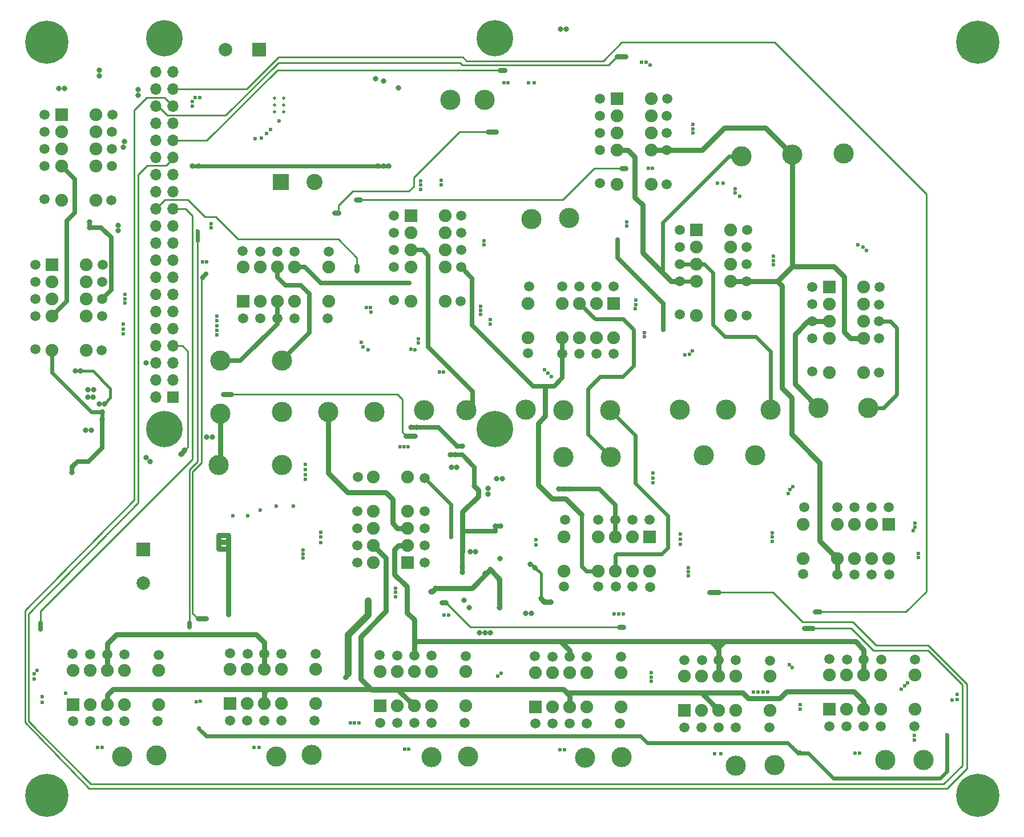
<source format=gbr>
%TF.GenerationSoftware,KiCad,Pcbnew,5.1.6-c6e7f7d~86~ubuntu18.04.1*%
%TF.CreationDate,2020-05-20T11:00:07-07:00*%
%TF.ProjectId,Cal_Station,43616c5f-5374-4617-9469-6f6e2e6b6963,rev?*%
%TF.SameCoordinates,Original*%
%TF.FileFunction,Copper,L2,Inr*%
%TF.FilePolarity,Positive*%
%FSLAX46Y46*%
G04 Gerber Fmt 4.6, Leading zero omitted, Abs format (unit mm)*
G04 Created by KiCad (PCBNEW 5.1.6-c6e7f7d~86~ubuntu18.04.1) date 2020-05-20 11:00:07*
%MOMM*%
%LPD*%
G01*
G04 APERTURE LIST*
%TA.AperFunction,ViaPad*%
%ADD10C,3.000000*%
%TD*%
%TA.AperFunction,ViaPad*%
%ADD11C,1.500000*%
%TD*%
%TA.AperFunction,ViaPad*%
%ADD12C,1.900000*%
%TD*%
%TA.AperFunction,ViaPad*%
%ADD13R,1.900000X1.900000*%
%TD*%
%TA.AperFunction,ViaPad*%
%ADD14C,0.800000*%
%TD*%
%TA.AperFunction,ViaPad*%
%ADD15C,6.400000*%
%TD*%
%TA.AperFunction,ViaPad*%
%ADD16C,5.400000*%
%TD*%
%TA.AperFunction,ViaPad*%
%ADD17C,0.500000*%
%TD*%
%TA.AperFunction,ViaPad*%
%ADD18O,1.700000X1.700000*%
%TD*%
%TA.AperFunction,ViaPad*%
%ADD19R,1.700000X1.700000*%
%TD*%
%TA.AperFunction,ViaPad*%
%ADD20C,2.000000*%
%TD*%
%TA.AperFunction,ViaPad*%
%ADD21R,2.000000X2.000000*%
%TD*%
%TA.AperFunction,ViaPad*%
%ADD22C,2.400000*%
%TD*%
%TA.AperFunction,ViaPad*%
%ADD23R,2.400000X2.400000*%
%TD*%
%TA.AperFunction,ViaPad*%
%ADD24C,0.600000*%
%TD*%
%TA.AperFunction,Conductor*%
%ADD25C,0.600000*%
%TD*%
%TA.AperFunction,Conductor*%
%ADD26C,0.650000*%
%TD*%
%TA.AperFunction,Conductor*%
%ADD27C,0.750000*%
%TD*%
%TA.AperFunction,Conductor*%
%ADD28C,1.000000*%
%TD*%
%TA.AperFunction,Conductor*%
%ADD29C,0.250000*%
%TD*%
%TA.AperFunction,Conductor*%
%ADD30C,0.450000*%
%TD*%
%TA.AperFunction,Conductor*%
%ADD31C,0.350000*%
%TD*%
G04 APERTURE END LIST*
D10*
%TO.N,+6V*%
%TO.C,TP18*%
X109610000Y-41240000D03*
%TD*%
%TO.N,PI_GND*%
%TO.C,TP17*%
X104560000Y-41240000D03*
%TD*%
D11*
%TO.N,Vref_OUT*%
%TO.C,K17*%
X42980000Y-70820000D03*
%TO.N,PI_GND*%
X52930000Y-70815000D03*
D12*
X50580000Y-70820000D03*
%TO.N,Vref_OUT*%
X45500000Y-70820000D03*
%TO.N,Net-(K17-Pad8)*%
X50580000Y-68280000D03*
%TO.N,K17_SET*%
X50580000Y-65740000D03*
%TO.N,/34401_A/GNDA*%
X50580000Y-73360000D03*
%TO.N,CAL_RESET*%
X45500000Y-78440000D03*
D13*
%TO.N,PI_+5V*%
X45500000Y-65740000D03*
D12*
X50580000Y-78440000D03*
%TO.N,Net-(K17-Pad3)*%
X45500000Y-68280000D03*
%TO.N,DAC_AUX_BUF*%
X45500000Y-73360000D03*
D11*
%TO.N,PI_+5V*%
X52880000Y-78440000D03*
%TO.N,/34401_A/GNDA*%
X52930000Y-73365000D03*
%TO.N,Net-(K17-Pad8)*%
X52930000Y-68315000D03*
%TO.N,K17_SET*%
X52980000Y-65715000D03*
%TO.N,PI_+5V*%
X42980000Y-65740000D03*
%TO.N,Net-(K17-Pad3)*%
X42980000Y-68280000D03*
%TO.N,DAC_AUX_BUF*%
X42980000Y-73360000D03*
%TO.N,CAL_RESET*%
X42980000Y-78290000D03*
%TD*%
%TO.N,Net-(K16-Pad4)*%
%TO.C,K16*%
X44410000Y-48550000D03*
X54360000Y-48545000D03*
D12*
X52010000Y-48550000D03*
X46930000Y-48550000D03*
%TO.N,Net-(K16-Pad8)*%
X52010000Y-46010000D03*
%TO.N,K16_SET*%
X52010000Y-43470000D03*
%TO.N,/34401_A/GNDA*%
X52010000Y-51090000D03*
%TO.N,CAL_RESET*%
X46930000Y-56170000D03*
D13*
%TO.N,PI_+5V*%
X46930000Y-43470000D03*
D12*
X52010000Y-56170000D03*
%TO.N,Net-(K16-Pad3)*%
X46930000Y-46010000D03*
%TO.N,DAC_AUX_BUF*%
X46930000Y-51090000D03*
D11*
%TO.N,PI_+5V*%
X54310000Y-56170000D03*
%TO.N,/34401_A/GNDA*%
X54360000Y-51095000D03*
%TO.N,Net-(K16-Pad8)*%
X54360000Y-46045000D03*
%TO.N,K16_SET*%
X54410000Y-43445000D03*
%TO.N,PI_+5V*%
X44410000Y-43470000D03*
%TO.N,Net-(K16-Pad3)*%
X44410000Y-46010000D03*
%TO.N,DAC_AUX_BUF*%
X44410000Y-51090000D03*
%TO.N,CAL_RESET*%
X44410000Y-56020000D03*
%TD*%
D14*
%TO.N,N/C*%
%TO.C,H8*%
X46377056Y-30992944D03*
X44680000Y-30290000D03*
X42982944Y-30992944D03*
X42280000Y-32690000D03*
X42982944Y-34387056D03*
X44680000Y-35090000D03*
X46377056Y-34387056D03*
X47080000Y-32690000D03*
D15*
X44680000Y-32690000D03*
%TD*%
D14*
%TO.N,N/C*%
%TO.C,H7*%
X184527056Y-30992944D03*
X182830000Y-30290000D03*
X181132944Y-30992944D03*
X180430000Y-32690000D03*
X181132944Y-34387056D03*
X182830000Y-35090000D03*
X184527056Y-34387056D03*
X185230000Y-32690000D03*
D15*
X182830000Y-32690000D03*
%TD*%
D14*
%TO.N,N/C*%
%TO.C,H6*%
X46377056Y-142782944D03*
X44680000Y-142080000D03*
X42982944Y-142782944D03*
X42280000Y-144480000D03*
X42982944Y-146177056D03*
X44680000Y-146880000D03*
X46377056Y-146177056D03*
X47080000Y-144480000D03*
D15*
X44680000Y-144480000D03*
%TD*%
D14*
%TO.N,N/C*%
%TO.C,H5*%
X184527056Y-142802944D03*
X182830000Y-142100000D03*
X181132944Y-142802944D03*
X180430000Y-144500000D03*
X181132944Y-146197056D03*
X182830000Y-146900000D03*
X184527056Y-146197056D03*
X185230000Y-144500000D03*
D15*
X182830000Y-144500000D03*
%TD*%
D14*
%TO.N,N/C*%
%TO.C,H4*%
X112601891Y-30688109D03*
X111170000Y-30095000D03*
X109738109Y-30688109D03*
X109145000Y-32120000D03*
X109738109Y-33551891D03*
X111170000Y-34145000D03*
X112601891Y-33551891D03*
X113195000Y-32120000D03*
D16*
X111170000Y-32120000D03*
%TD*%
D14*
%TO.N,N/C*%
%TO.C,H3*%
X63601891Y-88688109D03*
X62170000Y-88095000D03*
X60738109Y-88688109D03*
X60145000Y-90120000D03*
X60738109Y-91551891D03*
X62170000Y-92145000D03*
X63601891Y-91551891D03*
X64195000Y-90120000D03*
D16*
X62170000Y-90120000D03*
%TD*%
D14*
%TO.N,N/C*%
%TO.C,H2*%
X112601891Y-88688109D03*
X111170000Y-88095000D03*
X109738109Y-88688109D03*
X109145000Y-90120000D03*
X109738109Y-91551891D03*
X111170000Y-92145000D03*
X112601891Y-91551891D03*
X113195000Y-90120000D03*
D16*
X111170000Y-90120000D03*
%TD*%
D14*
%TO.N,N/C*%
%TO.C,H1*%
X63601891Y-30688109D03*
X62170000Y-30095000D03*
X60738109Y-30688109D03*
X60145000Y-32120000D03*
X60738109Y-33551891D03*
X62170000Y-34145000D03*
X63601891Y-33551891D03*
X64195000Y-32120000D03*
D16*
X62170000Y-32120000D03*
%TD*%
D11*
%TO.N,/34401_B/REF100+*%
%TO.C,K14*%
X164544000Y-101742000D03*
%TO.N,/34401_B/REF100_RTN*%
X164549000Y-111692000D03*
D12*
X164544000Y-109342000D03*
%TO.N,/34401_B/REF100+*%
X164544000Y-104262000D03*
%TO.N,Net-(K14-Pad8)*%
X167084000Y-109342000D03*
%TO.N,K14_SET*%
X169624000Y-109342000D03*
%TO.N,/34401_B/34401B_RTN*%
X162004000Y-109342000D03*
%TO.N,K14_RESET*%
X156924000Y-104262000D03*
D13*
%TO.N,+5V*%
X169624000Y-104262000D03*
D12*
X156924000Y-109342000D03*
%TO.N,Net-(K14-Pad3)*%
X167084000Y-104262000D03*
%TO.N,/34401_B/34401B_I+*%
X162004000Y-104262000D03*
D11*
%TO.N,+5V*%
X156924000Y-111642000D03*
%TO.N,/34401_B/34401B_RTN*%
X161999000Y-111692000D03*
%TO.N,Net-(K14-Pad8)*%
X167049000Y-111692000D03*
%TO.N,K14_SET*%
X169649000Y-111742000D03*
%TO.N,+5V*%
X169624000Y-101742000D03*
%TO.N,Net-(K14-Pad3)*%
X167084000Y-101742000D03*
%TO.N,/34401_B/34401B_I+*%
X162004000Y-101742000D03*
%TO.N,K14_RESET*%
X157074000Y-101742000D03*
%TD*%
D10*
%TO.N,/34401_B/REF100+*%
%TO.C,J28*%
X142130000Y-94000000D03*
%TD*%
%TO.N,/34401_B/REF100_RTN*%
%TO.C,J27*%
X149790000Y-94000000D03*
%TD*%
%TO.N,/34401_B/34401B_I+*%
%TO.C,J26*%
X162930000Y-49260000D03*
%TD*%
%TO.N,/34401_B/34401B_RTN*%
%TO.C,J25*%
X155320000Y-49400000D03*
%TD*%
%TO.N,/34401_B/34401B_V+*%
%TO.C,J24*%
X147750000Y-49660000D03*
%TD*%
%TO.N,/34401_B/I_LOAD*%
%TO.C,J23*%
X159204000Y-86946000D03*
%TD*%
%TO.N,/34401_B/VLoad_div8*%
%TO.C,J22*%
X152092000Y-87200000D03*
%TD*%
%TO.N,/34401_B/GND*%
%TO.C,J20*%
X145488000Y-87200000D03*
%TD*%
%TO.N,/34401_A/34401A_RTN*%
%TO.C,J19*%
X116620000Y-58990000D03*
%TD*%
%TO.N,/34401_A/34401A_V+*%
%TO.C,J18*%
X122190000Y-58810000D03*
%TD*%
%TO.N,/34401_B/CoolerV*%
%TO.C,J17*%
X138630000Y-87200000D03*
%TD*%
%TO.N,/34401_A/LOAD_RTN*%
%TO.C,J16*%
X79580000Y-80000000D03*
%TD*%
%TO.N,/34401_A/LOAD+*%
%TO.C,J15*%
X70430000Y-80000000D03*
%TD*%
%TO.N,DAC_AUX_BUF*%
%TO.C,J14*%
X128320000Y-94300000D03*
%TD*%
%TO.N,/34401_A/GNDA*%
%TO.C,J13*%
X128290000Y-87300000D03*
%TD*%
%TO.N,DAC_AUX*%
%TO.C,J12*%
X121320000Y-94300000D03*
%TD*%
%TO.N,/34401_A/GNDA*%
%TO.C,J11*%
X121360000Y-87300000D03*
%TD*%
%TO.N,/34401_B/LOAD_RTN*%
%TO.C,J10*%
X166570000Y-86946000D03*
%TD*%
%TO.N,/34401_A/2V5_filt*%
%TO.C,J9*%
X115720000Y-87280000D03*
%TD*%
%TO.N,/34401_A/COOLERV_div4*%
%TO.C,J8*%
X106950000Y-87300000D03*
%TD*%
%TO.N,Net-(J7-Pad1)*%
%TO.C,J7*%
X100660000Y-87300000D03*
%TD*%
%TO.N,/PWR_IN*%
%TO.C,J6*%
X86436000Y-87562000D03*
%TD*%
%TO.N,Net-(J5-Pad1)*%
%TO.C,J5*%
X93294000Y-87562000D03*
%TD*%
%TO.N,Net-(J3-Pad1)*%
%TO.C,J4*%
X79578000Y-95436000D03*
%TD*%
%TO.N,Net-(J3-Pad1)*%
%TO.C,J3*%
X79580000Y-87560000D03*
%TD*%
%TO.N,/PWR_RTN*%
%TO.C,J2*%
X70180000Y-95436000D03*
%TD*%
%TO.N,/PWR_RTN*%
%TO.C,J1*%
X70430000Y-87816000D03*
%TD*%
D17*
%TO.N,PI_GND*%
%TO.C,U2*%
X79870000Y-43010000D03*
X78470000Y-43010000D03*
X79870000Y-42010000D03*
X78470000Y-42010000D03*
X79870000Y-41010000D03*
X78470000Y-41010000D03*
%TD*%
%TO.N,PI_GND*%
%TO.C,U1*%
X70206000Y-105862000D03*
X71606000Y-105862000D03*
X70206000Y-106862000D03*
X71606000Y-106862000D03*
X70206000Y-107862000D03*
X71606000Y-107862000D03*
%TD*%
D10*
%TO.N,Net-(K3-Pad5)*%
%TO.C,TP14*%
X124580000Y-138900000D03*
%TD*%
%TO.N,Net-(K3-Pad10)*%
%TO.C,TP13*%
X129980000Y-138840000D03*
%TD*%
%TO.N,Net-(K2-Pad5)*%
%TO.C,TP12*%
X146920000Y-140060000D03*
%TD*%
%TO.N,Net-(K2-Pad10)*%
%TO.C,TP11*%
X152650000Y-139980000D03*
%TD*%
%TO.N,Net-(K7-Pad5)*%
%TO.C,TP10*%
X169050000Y-139230000D03*
%TD*%
%TO.N,Net-(K7-Pad10)*%
%TO.C,TP9*%
X174750000Y-139200000D03*
%TD*%
%TO.N,Net-(K6-Pad5)*%
%TO.C,TP8*%
X55870000Y-138730000D03*
%TD*%
%TO.N,Net-(K6-Pad10)*%
%TO.C,TP7*%
X60950000Y-138540000D03*
%TD*%
%TO.N,Net-(K5-Pad5)*%
%TO.C,TP6*%
X78730000Y-138740000D03*
%TD*%
%TO.N,Net-(K5-Pad10)*%
%TO.C,TP5*%
X84010000Y-138480000D03*
%TD*%
%TO.N,Net-(K4-Pad5)*%
%TO.C,TP4*%
X101740000Y-138830000D03*
%TD*%
%TO.N,Net-(K4-Pad10)*%
%TO.C,TP3*%
X107210000Y-138750000D03*
%TD*%
D18*
%TO.N,K11_SET_SIGNL*%
%TO.C,PI1*%
X60900000Y-37130000D03*
%TO.N,PI_GND*%
X63440000Y-37130000D03*
%TO.N,K12_SET_SIGNL*%
X60900000Y-39670000D03*
%TO.N,K10_SET_SIGNL*%
X63440000Y-39670000D03*
%TO.N,K13_SET_SIGNL*%
X60900000Y-42210000D03*
%TO.N,K9_SET_SIGNL*%
X63440000Y-42210000D03*
%TO.N,PI_GND*%
X60900000Y-44750000D03*
%TO.N,K8_SET_SIGNL*%
X63440000Y-44750000D03*
%TO.N,K14_SET_SIGNL*%
X60900000Y-47290000D03*
%TO.N,RES_ARRAY_RESET_SIGNL*%
X63440000Y-47290000D03*
%TO.N,PI_GND*%
X60900000Y-49830000D03*
%TO.N,K7_SET_SIGNL*%
X63440000Y-49830000D03*
%TO.N,Net-(PI1-Pad28)*%
X60900000Y-52370000D03*
%TO.N,Net-(PI1-Pad27)*%
X63440000Y-52370000D03*
%TO.N,K15_SET_SIGNL*%
X60900000Y-54910000D03*
%TO.N,PI_GND*%
X63440000Y-54910000D03*
%TO.N,BANK_A_RESET_SIGNL*%
X60900000Y-57450000D03*
%TO.N,K6_SET_SIGNL*%
X63440000Y-57450000D03*
%TO.N,BANK_B_RESET_SIGNL*%
X60900000Y-59990000D03*
%TO.N,K5_SET_SIGNL*%
X63440000Y-59990000D03*
%TO.N,PI_GND*%
X60900000Y-62530000D03*
%TO.N,K4_SET_SIGNL*%
X63440000Y-62530000D03*
%TO.N,K16_SET_SIGNL*%
X60900000Y-65070000D03*
%TO.N,Net-(PI1-Pad17)*%
X63440000Y-65070000D03*
%TO.N,K17_SET_SIGNL*%
X60900000Y-67610000D03*
%TO.N,K3_SET_SIGNL*%
X63440000Y-67610000D03*
%TO.N,PI_GND*%
X60900000Y-70150000D03*
%TO.N,K2_SET_SIGNL*%
X63440000Y-70150000D03*
%TO.N,CAL_RESET_SIGNL*%
X60900000Y-72690000D03*
%TO.N,K1_RESET_SIGNL*%
X63440000Y-72690000D03*
%TO.N,RX*%
X60900000Y-75230000D03*
%TO.N,PI_GND*%
X63440000Y-75230000D03*
%TO.N,TX*%
X60900000Y-77770000D03*
%TO.N,K1_SET_SGNL*%
X63440000Y-77770000D03*
%TO.N,PI_GND*%
X60900000Y-80310000D03*
%TO.N,Net-(PI1-Pad5)*%
X63440000Y-80310000D03*
%TO.N,PI_+5V*%
X60900000Y-82850000D03*
%TO.N,LTC2057_SHDN*%
X63440000Y-82850000D03*
%TO.N,PI_+5V*%
X60900000Y-85390000D03*
D19*
%TO.N,Net-(PI1-Pad1)*%
X63440000Y-85390000D03*
%TD*%
D11*
%TO.N,/34401_B/VLoad_div8*%
%TO.C,K15*%
X138574000Y-65652000D03*
%TO.N,/34401_B/LOAD_RTN*%
X148524000Y-65647000D03*
D12*
X146174000Y-65652000D03*
%TO.N,/34401_B/VLoad_div8*%
X141094000Y-65652000D03*
%TO.N,Net-(K15-Pad8)*%
X146174000Y-63112000D03*
%TO.N,K15_SET*%
X146174000Y-60572000D03*
%TO.N,/34401_B/34401B_RTN*%
X146174000Y-68192000D03*
%TO.N,K15_RESET*%
X141094000Y-73272000D03*
D13*
%TO.N,+5V*%
X141094000Y-60572000D03*
D12*
X146174000Y-73272000D03*
%TO.N,Net-(K15-Pad3)*%
X141094000Y-63112000D03*
%TO.N,/34401_B/34401B_V+*%
X141094000Y-68192000D03*
D11*
%TO.N,+5V*%
X148474000Y-73272000D03*
%TO.N,/34401_B/34401B_RTN*%
X148524000Y-68197000D03*
%TO.N,Net-(K15-Pad8)*%
X148524000Y-63147000D03*
%TO.N,K15_SET*%
X148574000Y-60547000D03*
%TO.N,+5V*%
X138574000Y-60572000D03*
%TO.N,Net-(K15-Pad3)*%
X138574000Y-63112000D03*
%TO.N,/34401_B/34401B_V+*%
X138574000Y-68192000D03*
%TO.N,K15_RESET*%
X138574000Y-73122000D03*
%TD*%
%TO.N,/34401_B/CoolerV*%
%TO.C,K13*%
X126740000Y-46170000D03*
%TO.N,/34401_B/GND*%
X136690000Y-46165000D03*
D12*
X134340000Y-46170000D03*
%TO.N,/34401_B/CoolerV*%
X129260000Y-46170000D03*
%TO.N,Net-(K13-Pad8)*%
X134340000Y-43630000D03*
%TO.N,K13_SET*%
X134340000Y-41090000D03*
%TO.N,/34401_B/34401B_RTN*%
X134340000Y-48710000D03*
%TO.N,K13_RESET*%
X129260000Y-53790000D03*
D13*
%TO.N,+5V*%
X129260000Y-41090000D03*
D12*
X134340000Y-53790000D03*
%TO.N,Net-(K13-Pad3)*%
X129260000Y-43630000D03*
%TO.N,/34401_B/34401B_V+*%
X129260000Y-48710000D03*
D11*
%TO.N,+5V*%
X136640000Y-53790000D03*
%TO.N,/34401_B/34401B_RTN*%
X136690000Y-48715000D03*
%TO.N,Net-(K13-Pad8)*%
X136690000Y-43665000D03*
%TO.N,K13_SET*%
X136740000Y-41065000D03*
%TO.N,+5V*%
X126740000Y-41090000D03*
%TO.N,Net-(K13-Pad3)*%
X126740000Y-43630000D03*
%TO.N,/34401_B/34401B_V+*%
X126740000Y-48710000D03*
%TO.N,K13_RESET*%
X126740000Y-53640000D03*
%TD*%
%TO.N,/34401_B/I_LOAD*%
%TO.C,K12*%
X158240000Y-74140000D03*
%TO.N,/34401_B/LOAD_RTN*%
X168190000Y-74135000D03*
D12*
X165840000Y-74140000D03*
%TO.N,/34401_B/I_LOAD*%
X160760000Y-74140000D03*
%TO.N,Net-(K12-Pad8)*%
X165840000Y-71600000D03*
%TO.N,K12_SET*%
X165840000Y-69060000D03*
%TO.N,/34401_B/34401B_RTN*%
X165840000Y-76680000D03*
%TO.N,K12_RESET*%
X160760000Y-81760000D03*
D13*
%TO.N,+5V*%
X160760000Y-69060000D03*
D12*
X165840000Y-81760000D03*
%TO.N,Net-(K12-Pad3)*%
X160760000Y-71600000D03*
%TO.N,/34401_B/34401B_I+*%
X160760000Y-76680000D03*
D11*
%TO.N,+5V*%
X168140000Y-81760000D03*
%TO.N,/34401_B/34401B_RTN*%
X168190000Y-76685000D03*
%TO.N,Net-(K12-Pad8)*%
X168190000Y-71635000D03*
%TO.N,K12_SET*%
X168240000Y-69035000D03*
%TO.N,+5V*%
X158240000Y-69060000D03*
%TO.N,Net-(K12-Pad3)*%
X158240000Y-71600000D03*
%TO.N,/34401_B/34401B_I+*%
X158240000Y-76680000D03*
%TO.N,K12_RESET*%
X158240000Y-81610000D03*
%TD*%
%TO.N,/34401_A/COOLERV_div4*%
%TO.C,K11*%
X96192000Y-63522000D03*
%TO.N,/34401_A/GNDA*%
X106142000Y-63517000D03*
D12*
X103792000Y-63522000D03*
%TO.N,/34401_A/COOLERV_div4*%
X98712000Y-63522000D03*
%TO.N,Net-(K11-Pad8)*%
X103792000Y-60982000D03*
%TO.N,K11_SET*%
X103792000Y-58442000D03*
%TO.N,/34401_A/34401A_RTN*%
X103792000Y-66062000D03*
%TO.N,K11_RESET*%
X98712000Y-71142000D03*
D13*
%TO.N,+5V*%
X98712000Y-58442000D03*
D12*
X103792000Y-71142000D03*
%TO.N,Net-(K11-Pad3)*%
X98712000Y-60982000D03*
%TO.N,/34401_A/34401A_V+*%
X98712000Y-66062000D03*
D11*
%TO.N,+5V*%
X106092000Y-71142000D03*
%TO.N,/34401_A/34401A_RTN*%
X106142000Y-66067000D03*
%TO.N,Net-(K11-Pad8)*%
X106142000Y-61017000D03*
%TO.N,K11_SET*%
X106192000Y-58417000D03*
%TO.N,+5V*%
X96192000Y-58442000D03*
%TO.N,Net-(K11-Pad3)*%
X96192000Y-60982000D03*
%TO.N,/34401_A/34401A_V+*%
X96192000Y-66062000D03*
%TO.N,K11_RESET*%
X96192000Y-70992000D03*
%TD*%
%TO.N,DAC_AUX_BUF*%
%TO.C,K10*%
X123710000Y-68960000D03*
%TO.N,/34401_A/GNDA*%
X123715000Y-78910000D03*
D12*
X123710000Y-76560000D03*
%TO.N,DAC_AUX_BUF*%
X123710000Y-71480000D03*
%TO.N,Net-(K10-Pad8)*%
X126250000Y-76560000D03*
%TO.N,K10_SET*%
X128790000Y-76560000D03*
%TO.N,/34401_A/34401A_RTN*%
X121170000Y-76560000D03*
%TO.N,K10_RESET*%
X116090000Y-71480000D03*
D13*
%TO.N,+5V*%
X128790000Y-71480000D03*
D12*
X116090000Y-76560000D03*
%TO.N,Net-(K10-Pad3)*%
X126250000Y-71480000D03*
%TO.N,/34401_A/34401A_V+*%
X121170000Y-71480000D03*
D11*
%TO.N,+5V*%
X116090000Y-78860000D03*
%TO.N,/34401_A/34401A_RTN*%
X121165000Y-78910000D03*
%TO.N,Net-(K10-Pad8)*%
X126215000Y-78910000D03*
%TO.N,K10_SET*%
X128815000Y-78960000D03*
%TO.N,+5V*%
X128790000Y-68960000D03*
%TO.N,Net-(K10-Pad3)*%
X126250000Y-68960000D03*
%TO.N,/34401_A/34401A_V+*%
X121170000Y-68960000D03*
%TO.N,K10_RESET*%
X116240000Y-68960000D03*
%TD*%
%TO.N,/34401_A/2V5_filt*%
%TO.C,K9*%
X129078000Y-103578000D03*
%TO.N,/34401_A/GNDA*%
X129083000Y-113528000D03*
D12*
X129078000Y-111178000D03*
%TO.N,/34401_A/2V5_filt*%
X129078000Y-106098000D03*
%TO.N,Net-(K9-Pad8)*%
X131618000Y-111178000D03*
%TO.N,K9_SET*%
X134158000Y-111178000D03*
%TO.N,/34401_A/34401A_RTN*%
X126538000Y-111178000D03*
%TO.N,K9_RESET*%
X121458000Y-106098000D03*
D13*
%TO.N,+5V*%
X134158000Y-106098000D03*
D12*
X121458000Y-111178000D03*
%TO.N,Net-(K9-Pad3)*%
X131618000Y-106098000D03*
%TO.N,/34401_A/34401A_V+*%
X126538000Y-106098000D03*
D11*
%TO.N,+5V*%
X121458000Y-113478000D03*
%TO.N,/34401_A/34401A_RTN*%
X126533000Y-113528000D03*
%TO.N,Net-(K9-Pad8)*%
X131583000Y-113528000D03*
%TO.N,K9_SET*%
X134183000Y-113578000D03*
%TO.N,+5V*%
X134158000Y-103578000D03*
%TO.N,Net-(K9-Pad3)*%
X131618000Y-103578000D03*
%TO.N,/34401_A/34401A_V+*%
X126538000Y-103578000D03*
%TO.N,K9_RESET*%
X121608000Y-103578000D03*
%TD*%
%TO.N,/34401_A/LOAD+*%
%TO.C,K8*%
X78890000Y-73704360D03*
%TO.N,/34401_A/LOAD_RTN*%
X78885000Y-63754360D03*
D12*
X78890000Y-66104360D03*
%TO.N,/34401_A/LOAD+*%
X78890000Y-71184360D03*
%TO.N,Net-(K8-Pad8)*%
X76350000Y-66104360D03*
%TO.N,K8_SET*%
X73810000Y-66104360D03*
%TO.N,/34401_A/34401A_RTN*%
X81430000Y-66104360D03*
%TO.N,K8_RESET*%
X86510000Y-71184360D03*
D13*
%TO.N,+5V*%
X73810000Y-71184360D03*
D12*
X86510000Y-66104360D03*
%TO.N,Net-(K8-Pad3)*%
X76350000Y-71184360D03*
%TO.N,/34401_A/34401A_V+*%
X81430000Y-71184360D03*
D11*
%TO.N,+5V*%
X86510000Y-63804360D03*
%TO.N,/34401_A/34401A_RTN*%
X81435000Y-63754360D03*
%TO.N,Net-(K8-Pad8)*%
X76385000Y-63754360D03*
%TO.N,K8_SET*%
X73785000Y-63704360D03*
%TO.N,+5V*%
X73810000Y-73704360D03*
%TO.N,Net-(K8-Pad3)*%
X76350000Y-73704360D03*
%TO.N,/34401_A/34401A_V+*%
X81430000Y-73704360D03*
%TO.N,K8_RESET*%
X86360000Y-73704360D03*
%TD*%
%TO.N,/Resistor_Array/RES_RTN*%
%TO.C,K7*%
X165910000Y-134250000D03*
%TO.N,/Resistor_Array/RES_IN*%
X165905000Y-124300000D03*
D12*
X165910000Y-126650000D03*
%TO.N,/Resistor_Array/RES_RTN*%
X165910000Y-131730000D03*
%TO.N,Net-(K7-Pad8)*%
X163370000Y-126650000D03*
%TO.N,K7_SET*%
X160830000Y-126650000D03*
%TO.N,Net-(K7-Pad10)*%
X168450000Y-126650000D03*
%TO.N,K7_RESET*%
X173530000Y-131730000D03*
D13*
%TO.N,+5V*%
X160830000Y-131730000D03*
D12*
X173530000Y-126650000D03*
%TO.N,Net-(K7-Pad3)*%
X163370000Y-131730000D03*
%TO.N,Net-(K7-Pad5)*%
X168450000Y-131730000D03*
D11*
%TO.N,+5V*%
X173530000Y-124350000D03*
%TO.N,Net-(K7-Pad10)*%
X168455000Y-124300000D03*
%TO.N,Net-(K7-Pad8)*%
X163405000Y-124300000D03*
%TO.N,K7_SET*%
X160805000Y-124250000D03*
%TO.N,+5V*%
X160830000Y-134250000D03*
%TO.N,Net-(K7-Pad3)*%
X163370000Y-134250000D03*
%TO.N,Net-(K7-Pad5)*%
X168450000Y-134250000D03*
%TO.N,K7_RESET*%
X173380000Y-134250000D03*
%TD*%
%TO.N,/Resistor_Array/RES_RTN*%
%TO.C,K6*%
X53650000Y-133512000D03*
%TO.N,/Resistor_Array/RES_IN*%
X53645000Y-123562000D03*
D12*
X53650000Y-125912000D03*
%TO.N,/Resistor_Array/RES_RTN*%
X53650000Y-130992000D03*
%TO.N,Net-(K6-Pad8)*%
X51110000Y-125912000D03*
%TO.N,K6_SET*%
X48570000Y-125912000D03*
%TO.N,Net-(K6-Pad10)*%
X56190000Y-125912000D03*
%TO.N,K6_RESET*%
X61270000Y-130992000D03*
D13*
%TO.N,+5V*%
X48570000Y-130992000D03*
D12*
X61270000Y-125912000D03*
%TO.N,Net-(K6-Pad3)*%
X51110000Y-130992000D03*
%TO.N,Net-(K6-Pad5)*%
X56190000Y-130992000D03*
D11*
%TO.N,+5V*%
X61270000Y-123612000D03*
%TO.N,Net-(K6-Pad10)*%
X56195000Y-123562000D03*
%TO.N,Net-(K6-Pad8)*%
X51145000Y-123562000D03*
%TO.N,K6_SET*%
X48545000Y-123512000D03*
%TO.N,+5V*%
X48570000Y-133512000D03*
%TO.N,Net-(K6-Pad3)*%
X51110000Y-133512000D03*
%TO.N,Net-(K6-Pad5)*%
X56190000Y-133512000D03*
%TO.N,K6_RESET*%
X61120000Y-133512000D03*
%TD*%
%TO.N,/Resistor_Array/RES_RTN*%
%TO.C,K5*%
X76980000Y-133400000D03*
%TO.N,/Resistor_Array/RES_IN*%
X76975000Y-123450000D03*
D12*
X76980000Y-125800000D03*
%TO.N,/Resistor_Array/RES_RTN*%
X76980000Y-130880000D03*
%TO.N,Net-(K5-Pad8)*%
X74440000Y-125800000D03*
%TO.N,K5_SET*%
X71900000Y-125800000D03*
%TO.N,Net-(K5-Pad10)*%
X79520000Y-125800000D03*
%TO.N,K5_RESET*%
X84600000Y-130880000D03*
D13*
%TO.N,+5V*%
X71900000Y-130880000D03*
D12*
X84600000Y-125800000D03*
%TO.N,Net-(K5-Pad3)*%
X74440000Y-130880000D03*
%TO.N,Net-(K5-Pad5)*%
X79520000Y-130880000D03*
D11*
%TO.N,+5V*%
X84600000Y-123500000D03*
%TO.N,Net-(K5-Pad10)*%
X79525000Y-123450000D03*
%TO.N,Net-(K5-Pad8)*%
X74475000Y-123450000D03*
%TO.N,K5_SET*%
X71875000Y-123400000D03*
%TO.N,+5V*%
X71900000Y-133400000D03*
%TO.N,Net-(K5-Pad3)*%
X74440000Y-133400000D03*
%TO.N,Net-(K5-Pad5)*%
X79520000Y-133400000D03*
%TO.N,K5_RESET*%
X84450000Y-133400000D03*
%TD*%
%TO.N,/Resistor_Array/RES_RTN*%
%TO.C,K4*%
X99200000Y-133688000D03*
%TO.N,/Resistor_Array/RES_IN*%
X99195000Y-123738000D03*
D12*
X99200000Y-126088000D03*
%TO.N,/Resistor_Array/RES_RTN*%
X99200000Y-131168000D03*
%TO.N,Net-(K4-Pad8)*%
X96660000Y-126088000D03*
%TO.N,K4_SET*%
X94120000Y-126088000D03*
%TO.N,Net-(K4-Pad10)*%
X101740000Y-126088000D03*
%TO.N,K4_RESET*%
X106820000Y-131168000D03*
D13*
%TO.N,+5V*%
X94120000Y-131168000D03*
D12*
X106820000Y-126088000D03*
%TO.N,Net-(K4-Pad3)*%
X96660000Y-131168000D03*
%TO.N,Net-(K4-Pad5)*%
X101740000Y-131168000D03*
D11*
%TO.N,+5V*%
X106820000Y-123788000D03*
%TO.N,Net-(K4-Pad10)*%
X101745000Y-123738000D03*
%TO.N,Net-(K4-Pad8)*%
X96695000Y-123738000D03*
%TO.N,K4_SET*%
X94095000Y-123688000D03*
%TO.N,+5V*%
X94120000Y-133688000D03*
%TO.N,Net-(K4-Pad3)*%
X96660000Y-133688000D03*
%TO.N,Net-(K4-Pad5)*%
X101740000Y-133688000D03*
%TO.N,K4_RESET*%
X106670000Y-133688000D03*
%TD*%
%TO.N,/Resistor_Array/RES_RTN*%
%TO.C,K3*%
X122240000Y-133844000D03*
%TO.N,/Resistor_Array/RES_IN*%
X122235000Y-123894000D03*
D12*
X122240000Y-126244000D03*
%TO.N,/Resistor_Array/RES_RTN*%
X122240000Y-131324000D03*
%TO.N,Net-(K3-Pad8)*%
X119700000Y-126244000D03*
%TO.N,K3_SET*%
X117160000Y-126244000D03*
%TO.N,Net-(K3-Pad10)*%
X124780000Y-126244000D03*
%TO.N,K3_RESET*%
X129860000Y-131324000D03*
D13*
%TO.N,+5V*%
X117160000Y-131324000D03*
D12*
X129860000Y-126244000D03*
%TO.N,Net-(K3-Pad3)*%
X119700000Y-131324000D03*
%TO.N,Net-(K3-Pad5)*%
X124780000Y-131324000D03*
D11*
%TO.N,+5V*%
X129860000Y-123944000D03*
%TO.N,Net-(K3-Pad10)*%
X124785000Y-123894000D03*
%TO.N,Net-(K3-Pad8)*%
X119735000Y-123894000D03*
%TO.N,K3_SET*%
X117135000Y-123844000D03*
%TO.N,+5V*%
X117160000Y-133844000D03*
%TO.N,Net-(K3-Pad3)*%
X119700000Y-133844000D03*
%TO.N,Net-(K3-Pad5)*%
X124780000Y-133844000D03*
%TO.N,K3_RESET*%
X129710000Y-133844000D03*
%TD*%
%TO.N,/Resistor_Array/RES_RTN*%
%TO.C,K2*%
X144396000Y-134372000D03*
%TO.N,/Resistor_Array/RES_IN*%
X144391000Y-124422000D03*
D12*
X144396000Y-126772000D03*
%TO.N,/Resistor_Array/RES_RTN*%
X144396000Y-131852000D03*
%TO.N,Net-(K2-Pad8)*%
X141856000Y-126772000D03*
%TO.N,K2_SET*%
X139316000Y-126772000D03*
%TO.N,Net-(K2-Pad10)*%
X146936000Y-126772000D03*
%TO.N,K2_RESET*%
X152016000Y-131852000D03*
D13*
%TO.N,+5V*%
X139316000Y-131852000D03*
D12*
X152016000Y-126772000D03*
%TO.N,Net-(K2-Pad3)*%
X141856000Y-131852000D03*
%TO.N,Net-(K2-Pad5)*%
X146936000Y-131852000D03*
D11*
%TO.N,+5V*%
X152016000Y-124472000D03*
%TO.N,Net-(K2-Pad10)*%
X146941000Y-124422000D03*
%TO.N,Net-(K2-Pad8)*%
X141891000Y-124422000D03*
%TO.N,K2_SET*%
X139291000Y-124372000D03*
%TO.N,+5V*%
X139316000Y-134372000D03*
%TO.N,Net-(K2-Pad3)*%
X141856000Y-134372000D03*
%TO.N,Net-(K2-Pad5)*%
X146936000Y-134372000D03*
%TO.N,K2_RESET*%
X151866000Y-134372000D03*
%TD*%
%TO.N,/PWR_IN*%
%TO.C,K1*%
X100752360Y-104864000D03*
%TO.N,/PWR_RTN*%
X90802360Y-104869000D03*
D12*
X93152360Y-104864000D03*
%TO.N,/PWR_IN*%
X98232360Y-104864000D03*
%TO.N,/Resistor_Array/RES_RTN*%
X93152360Y-107404000D03*
%TO.N,K1_SET*%
X93152360Y-109944000D03*
%TO.N,Net-(J5-Pad1)*%
X93152360Y-102324000D03*
%TO.N,K1_RESET*%
X98232360Y-97244000D03*
D13*
%TO.N,+5V*%
X98232360Y-109944000D03*
D12*
X93152360Y-97244000D03*
%TO.N,/Resistor_Array/RES_IN*%
X98232360Y-107404000D03*
%TO.N,Net-(J7-Pad1)*%
X98232360Y-102324000D03*
D11*
%TO.N,+5V*%
X90852360Y-97244000D03*
%TO.N,Net-(J5-Pad1)*%
X90802360Y-102319000D03*
%TO.N,/Resistor_Array/RES_RTN*%
X90802360Y-107369000D03*
%TO.N,K1_SET*%
X90752360Y-109969000D03*
%TO.N,+5V*%
X100752360Y-109944000D03*
%TO.N,/Resistor_Array/RES_IN*%
X100752360Y-107404000D03*
%TO.N,Net-(J7-Pad1)*%
X100752360Y-102324000D03*
%TO.N,K1_RESET*%
X100752360Y-97394000D03*
%TD*%
D20*
%TO.N,PI_GND*%
%TO.C,C49*%
X71190000Y-33800000D03*
D21*
%TO.N,+5V*%
X76190000Y-33800000D03*
%TD*%
D20*
%TO.N,PI_GND*%
%TO.C,C48*%
X59026000Y-113012000D03*
D21*
%TO.N,PI_+5V*%
X59026000Y-108012000D03*
%TD*%
D22*
%TO.N,PI_GND*%
%TO.C,C35*%
X84390000Y-53430000D03*
D23*
%TO.N,+6V*%
X79390000Y-53430000D03*
%TD*%
D24*
%TO.N,K1_RESET*%
X104678000Y-106092000D03*
X104678000Y-105452000D03*
X104678000Y-104822000D03*
%TO.N,+5V*%
X85326000Y-106934000D03*
X85330000Y-105450000D03*
X85320000Y-106150000D03*
X96453000Y-113777000D03*
X96453000Y-114377000D03*
X96453000Y-115023000D03*
X149570000Y-129120000D03*
X150220000Y-129120000D03*
X150960000Y-129120000D03*
X151650000Y-129120000D03*
X44070000Y-130710000D03*
X44070000Y-129860000D03*
X47540000Y-129320000D03*
X172395000Y-127785000D03*
X171945000Y-128235000D03*
X171465000Y-128715000D03*
X134608000Y-98082000D03*
X134608000Y-97412000D03*
X134608000Y-96672000D03*
X119050000Y-81820000D03*
X119530000Y-82300000D03*
X118555000Y-81325000D03*
X130182000Y-117588000D03*
X129552000Y-117588000D03*
X128902000Y-117588000D03*
X138680000Y-107200000D03*
X138680000Y-106490000D03*
X138680000Y-105740000D03*
X152454000Y-64446000D03*
X152454000Y-65106000D03*
X152454000Y-65756000D03*
X173195000Y-105195000D03*
X173510000Y-104690000D03*
X173510000Y-104060000D03*
X132005000Y-72275000D03*
X132120000Y-71640000D03*
X132120000Y-70980000D03*
X100155000Y-54595000D03*
X100155000Y-53915000D03*
X100155000Y-53295000D03*
X109540000Y-62170000D03*
X109540000Y-62760000D03*
X140560000Y-44950000D03*
X140560000Y-45550000D03*
X140560000Y-46170000D03*
D14*
X106360000Y-110530000D03*
X106360000Y-111390000D03*
X108710000Y-99150000D03*
X108160000Y-98600000D03*
X105310000Y-93970000D03*
X104580000Y-93970000D03*
X111230000Y-104540000D03*
X112050000Y-104510000D03*
X107405000Y-116625000D03*
X106602500Y-115562500D03*
D24*
%TO.N,K2_RESET*%
X143778000Y-138282000D03*
X144668000Y-138282000D03*
%TO.N,K3_RESET*%
X121536000Y-137684000D03*
X120806000Y-137684000D03*
%TO.N,K4_RESET*%
X98430000Y-137590000D03*
X97760000Y-137590000D03*
%TO.N,K5_RESET*%
X76240000Y-137390000D03*
X75440000Y-137390000D03*
%TO.N,K6_RESET*%
X52204000Y-137396000D03*
X52884000Y-137396000D03*
%TO.N,K2_RESET_SIGNL*%
X178230000Y-135490000D03*
X178230000Y-136180000D03*
X155375000Y-137385000D03*
X155780000Y-137790000D03*
X156355000Y-138005000D03*
X111620000Y-135650000D03*
X112200000Y-135640000D03*
X112750000Y-135640000D03*
X67290000Y-134520000D03*
X67695000Y-134965000D03*
X68125000Y-135395000D03*
X84940000Y-135640000D03*
X85550000Y-135640000D03*
X86290000Y-135640000D03*
X116130000Y-38740000D03*
X117030000Y-38740000D03*
%TO.N,BANK_B_RESET*%
X136145000Y-75385000D03*
X136145000Y-74735000D03*
X136145000Y-74165000D03*
X129400000Y-62000000D03*
X129400000Y-62620000D03*
%TO.N,BANK_A_RESET*%
X109090000Y-71880000D03*
X109090000Y-72510000D03*
X109090000Y-73120000D03*
X91330000Y-77280000D03*
X91630000Y-77900000D03*
X92400000Y-78320000D03*
X99360000Y-78340000D03*
X98745000Y-78275000D03*
X103596000Y-81614000D03*
X102966000Y-81614000D03*
%TO.N,+6V*%
X66310000Y-42210000D03*
X66310000Y-41480000D03*
X66760000Y-40930000D03*
X67380000Y-40930000D03*
X82720000Y-108070000D03*
X82720000Y-108630000D03*
X82720000Y-109240000D03*
X69900000Y-76130000D03*
X69900000Y-75460000D03*
X69900000Y-74760000D03*
X69900000Y-74040000D03*
X69900000Y-73340000D03*
X83070000Y-96130000D03*
X83070000Y-95370000D03*
X83090000Y-97580000D03*
X83090000Y-96880000D03*
%TO.N,PI_GND*%
X75642500Y-47007500D03*
X76570000Y-46960000D03*
X77295000Y-46235000D03*
X77885000Y-45645000D03*
X79170000Y-44360000D03*
X78775500Y-101564500D03*
X81245500Y-101564500D03*
X76396500Y-102136500D03*
X72303000Y-102997000D03*
X74493000Y-102997000D03*
X154850000Y-125110000D03*
X155275000Y-125535000D03*
X156436000Y-131734000D03*
X156436000Y-131026000D03*
X179030000Y-130350000D03*
X179760000Y-130250000D03*
X179760000Y-129490000D03*
X42820000Y-127230000D03*
X42820000Y-126480000D03*
X43235000Y-125935000D03*
X89750000Y-133700000D03*
X90380000Y-133700000D03*
X91010000Y-133700000D03*
X66860000Y-130550000D03*
X67470000Y-130530000D03*
X88980000Y-126930000D03*
X89435000Y-126475000D03*
X134380000Y-127540000D03*
X134370000Y-126920000D03*
X134380000Y-126300000D03*
X139870000Y-110670000D03*
X139870000Y-111280000D03*
X139870000Y-111880000D03*
X92348000Y-115592000D03*
X92348000Y-116232000D03*
X112082000Y-126342000D03*
X111627000Y-126797000D03*
X117300000Y-107270000D03*
X117290000Y-106550000D03*
X110520000Y-74520000D03*
X110510000Y-73870000D03*
X166285000Y-63595000D03*
X165810000Y-63120000D03*
X165010000Y-62770000D03*
X146808000Y-55032000D03*
X146860000Y-54460000D03*
X147465000Y-55575000D03*
X173970000Y-109180000D03*
X173970000Y-108570000D03*
X152318000Y-105502000D03*
X152318000Y-106142000D03*
X152318000Y-106762000D03*
X98286000Y-92704000D03*
X97696000Y-92704000D03*
X97106000Y-92704000D03*
X99844000Y-76736000D03*
X99844000Y-77306000D03*
X103210000Y-53230000D03*
X103210000Y-53900000D03*
X92120000Y-72110000D03*
X92710000Y-72120000D03*
X92770000Y-72790000D03*
X139390000Y-79100000D03*
X140040000Y-79000000D03*
X140510000Y-78530000D03*
X133392000Y-76408000D03*
X133392000Y-75798000D03*
X130720000Y-59350000D03*
X130720000Y-59960000D03*
X67830000Y-65280000D03*
X68450000Y-65280000D03*
X155370000Y-98640000D03*
X154925000Y-99085000D03*
X154690000Y-99700000D03*
X134180000Y-36080000D03*
X133640000Y-35690000D03*
X132970000Y-35690000D03*
X71606000Y-116524000D03*
X71600000Y-117090000D03*
X71600000Y-115930000D03*
D14*
X110175000Y-99775000D03*
X110175000Y-98945000D03*
X105485000Y-95835000D03*
X104755000Y-95835000D03*
X110460000Y-120340000D03*
X109710000Y-120340000D03*
X108910000Y-120340000D03*
X101685000Y-114225000D03*
X102380000Y-113720000D03*
X111880000Y-112600000D03*
X111900000Y-109370000D03*
X111880000Y-116590000D03*
X110510000Y-110980000D03*
X109750000Y-111560000D03*
X116610000Y-117450000D03*
X115750000Y-117450000D03*
X52520000Y-36890000D03*
X52520000Y-37680000D03*
X59440000Y-80310000D03*
X51060000Y-59410000D03*
X51060000Y-60210000D03*
X51315000Y-90315000D03*
X50505000Y-90315000D03*
X59470000Y-94380000D03*
X60035000Y-94945000D03*
X96897500Y-39512500D03*
X94703750Y-38496250D03*
X93475000Y-38095000D03*
%TO.N,PI_+5V*%
X56080000Y-48270000D03*
X56235000Y-47475000D03*
X46520000Y-39600000D03*
X47350000Y-39600000D03*
D24*
%TO.N,K7_RESET*%
X164640000Y-138210000D03*
X165250000Y-138210000D03*
X173380000Y-135620000D03*
X173380000Y-136240000D03*
D14*
%TO.N,/34401_A/2V5_filt*%
X122250000Y-99020000D03*
X121440000Y-99020000D03*
X120630000Y-99020000D03*
%TO.N,/34401_A/GNDA*%
X67220000Y-51090000D03*
X66280000Y-51090000D03*
X95430000Y-51090000D03*
X94630000Y-51090000D03*
X93830000Y-51090000D03*
D24*
%TO.N,/34401_A/34401A_RTN*%
X95940000Y-68410000D03*
X96540000Y-68410000D03*
X97150000Y-68410000D03*
X97790000Y-68410000D03*
%TO.N,/Resistor_Array/RES_IN*%
X98120000Y-116960000D03*
X98120000Y-116350000D03*
X98120000Y-115710000D03*
X98120000Y-115020000D03*
X62620000Y-120610000D03*
X63310000Y-120610000D03*
X64030000Y-120610000D03*
X64770000Y-120610000D03*
%TO.N,K10_SET_SIGNL*%
X158680000Y-117220000D03*
X159320000Y-117220000D03*
%TO.N,K13_SET_SIGNL*%
X129270000Y-34870000D03*
X129910000Y-34870000D03*
X130560000Y-34870000D03*
%TO.N,K9_SET_SIGNL*%
X144322000Y-114348000D03*
X143702000Y-114348000D03*
X143022000Y-114348000D03*
%TO.N,K8_SET_SIGNL*%
X69120000Y-60260000D03*
X69130000Y-59640000D03*
%TO.N,RES_ARRAY_RESET_SIGNL*%
X112590000Y-36830000D03*
X111930000Y-36830000D03*
%TO.N,K7_SET_SIGNL*%
X158310000Y-119690000D03*
X157710000Y-119690000D03*
X157070000Y-119690000D03*
%TO.N,K15_SET_SIGNL*%
X145045000Y-53635000D03*
X144235000Y-53635000D03*
X134580000Y-51450000D03*
X133970000Y-51450000D03*
X129940000Y-51450000D03*
X130580000Y-51450000D03*
X90564999Y-56085001D03*
X91214999Y-56085001D03*
%TO.N,BANK_A_RESET_SIGNL*%
X90720000Y-66580000D03*
X90720000Y-65930000D03*
%TO.N,K6_SET_SIGNL*%
X43740000Y-119800000D03*
X43740000Y-118920000D03*
%TO.N,BANK_B_RESET_SIGNL*%
X87360000Y-58070000D03*
X88000000Y-58070000D03*
X111380000Y-46000000D03*
X110150000Y-46000000D03*
X110770000Y-46000000D03*
%TO.N,K5_SET_SIGNL*%
X65840000Y-119500000D03*
X65840000Y-118910000D03*
X67050000Y-62110000D03*
X67050000Y-61470000D03*
X67050000Y-60740000D03*
%TO.N,K4_SET_SIGNL*%
X68330000Y-118260000D03*
X67710000Y-118260000D03*
X67110000Y-118260000D03*
X67840000Y-67610000D03*
X68255000Y-67195000D03*
%TO.N,K3_SET_SIGNL*%
X103620000Y-117690000D03*
X104350000Y-117690000D03*
X56280000Y-71450000D03*
X56280000Y-70820000D03*
X56280000Y-70170000D03*
%TO.N,K2_SET_SIGNL*%
X130210000Y-119520000D03*
X129590000Y-119520000D03*
X103920000Y-115900000D03*
X103290000Y-115900000D03*
X56050000Y-75940000D03*
X56050000Y-75310000D03*
X56050000Y-74550000D03*
%TO.N,K1_RESET_SIGNL*%
X72050000Y-84980000D03*
X71470000Y-84980000D03*
X70860000Y-84980000D03*
X98070000Y-91150000D03*
X98710000Y-91150000D03*
X99300000Y-91150000D03*
D14*
%TO.N,K1_SET_SGNL*%
X65120000Y-93290000D03*
X64575000Y-93835000D03*
D24*
%TO.N,Net-(Q9-Pad1)*%
X113120000Y-38740000D03*
X112530000Y-38740000D03*
D14*
X120930000Y-30750000D03*
X121760000Y-30750000D03*
%TO.N,Vref_OUT*%
X119470000Y-115740000D03*
X118670000Y-115750000D03*
X117120000Y-110670000D03*
X116460000Y-110180000D03*
X118030000Y-115295000D03*
%TO.N,CAL_RESET*%
X52900000Y-88700000D03*
X52900000Y-87580000D03*
X48460000Y-96530000D03*
X48490000Y-95710000D03*
%TO.N,DAC_AUX*%
X112270000Y-97480000D03*
X111460000Y-97480000D03*
%TO.N,DAC_AUX_BUF*%
X108310000Y-108350000D03*
X107510000Y-108360000D03*
%TO.N,K16_SET_SIGNL*%
X58250000Y-40580000D03*
X58250000Y-39770000D03*
%TO.N,K17_SET_SIGNL*%
X55270000Y-59870000D03*
X55270000Y-60680000D03*
%TO.N,CAL_RESET_SIGNL*%
X51660000Y-84250000D03*
X50830000Y-84250000D03*
%TO.N,RX*%
X50780000Y-85360000D03*
X51590000Y-85350000D03*
%TO.N,TX*%
X53250000Y-86380000D03*
X52480000Y-86380000D03*
X48910000Y-81500000D03*
X49680000Y-81500000D03*
%TO.N,LTC2057_SHDN*%
X105570000Y-92680000D03*
X106370000Y-92680000D03*
X68450000Y-91310000D03*
X69270000Y-91310000D03*
X99550000Y-89900000D03*
X98760000Y-89900000D03*
%TD*%
D25*
%TO.N,K1_RESET*%
X104678000Y-106092000D02*
X104678000Y-105022000D01*
X104678000Y-105022000D02*
X104678000Y-104822000D01*
X104678000Y-101319640D02*
X100752360Y-97394000D01*
X104678000Y-104822000D02*
X104678000Y-101319640D01*
D26*
%TO.N,+5V*%
X106360000Y-111390000D02*
X106360000Y-110530000D01*
X106360000Y-110530000D02*
X106360000Y-108290000D01*
D27*
X108710000Y-100080000D02*
X108710000Y-99150000D01*
X106360000Y-102430000D02*
X108710000Y-100080000D01*
X108710000Y-99150000D02*
X108160000Y-98600000D01*
D26*
X108160000Y-98600000D02*
X108160000Y-95760000D01*
X106370000Y-93970000D02*
X104580000Y-93970000D01*
X108160000Y-95760000D02*
X106370000Y-93970000D01*
X111230000Y-104540000D02*
X111230000Y-105240000D01*
X106450000Y-105240000D02*
X106360000Y-105330000D01*
X111230000Y-105240000D02*
X106450000Y-105240000D01*
D27*
X106360000Y-108290000D02*
X106360000Y-105330000D01*
X106360000Y-105330000D02*
X106360000Y-102430000D01*
D26*
X112020000Y-104540000D02*
X112050000Y-104510000D01*
X111230000Y-104540000D02*
X112020000Y-104540000D01*
D25*
%TO.N,K2_RESET_SIGNL*%
X178230000Y-135490000D02*
X178230000Y-136180000D01*
X178230000Y-136180000D02*
X178230000Y-140930000D01*
X178230000Y-140930000D02*
X177230000Y-141930000D01*
X177230000Y-141930000D02*
X161420000Y-141930000D01*
X161420000Y-141930000D02*
X157670000Y-138180000D01*
X157670000Y-138180000D02*
X156150000Y-138180000D01*
X156150000Y-138180000D02*
X154620000Y-136650000D01*
X154620000Y-136650000D02*
X133810000Y-136650000D01*
X133810000Y-136650000D02*
X132800000Y-135640000D01*
X132800000Y-135640000D02*
X112750000Y-135640000D01*
X112200000Y-135640000D02*
X110710000Y-135640000D01*
X112750000Y-135640000D02*
X112200000Y-135640000D01*
X110710000Y-135640000D02*
X86290000Y-135640000D01*
X68370000Y-135640000D02*
X68125000Y-135395000D01*
X67695000Y-134965000D02*
X67260000Y-134530000D01*
X68125000Y-135395000D02*
X67695000Y-134965000D01*
X84940000Y-135640000D02*
X68370000Y-135640000D01*
X85550000Y-135640000D02*
X84940000Y-135640000D01*
X86290000Y-135640000D02*
X85550000Y-135640000D01*
D26*
%TO.N,BANK_B_RESET*%
X136145000Y-75385000D02*
X136145000Y-74165000D01*
X136145000Y-74165000D02*
X136145000Y-71475000D01*
X136145000Y-71475000D02*
X129400000Y-64730000D01*
X129400000Y-64730000D02*
X129400000Y-62620000D01*
X129400000Y-62000000D02*
X129400000Y-62000000D01*
X129400000Y-62620000D02*
X129400000Y-62000000D01*
D27*
%TO.N,PI_GND*%
X88980000Y-126930000D02*
X89435000Y-126475000D01*
D28*
X89435000Y-126475000D02*
X89435000Y-120655000D01*
X92348000Y-117742000D02*
X92348000Y-115592000D01*
X89435000Y-120655000D02*
X92348000Y-117742000D01*
D27*
X71600000Y-105868000D02*
X71606000Y-105862000D01*
X71600000Y-117660000D02*
X71600000Y-105868000D01*
X70206000Y-105862000D02*
X71068000Y-105862000D01*
X71068000Y-105862000D02*
X71606000Y-105862000D01*
X70206000Y-105862000D02*
X70206000Y-107862000D01*
X70206000Y-107862000D02*
X71606000Y-107862000D01*
X71606000Y-106862000D02*
X70206000Y-106862000D01*
X101875000Y-114225000D02*
X102380000Y-113720000D01*
X101685000Y-114225000D02*
X101875000Y-114225000D01*
X107770000Y-113720000D02*
X110510000Y-110980000D01*
X102380000Y-113720000D02*
X107770000Y-113720000D01*
X111880000Y-112350000D02*
X110510000Y-110980000D01*
X111880000Y-112600000D02*
X111880000Y-112350000D01*
X111880000Y-116590000D02*
X111880000Y-112600000D01*
D26*
X54255001Y-69489999D02*
X54255001Y-61695001D01*
X52930000Y-70815000D02*
X54255001Y-69489999D01*
X52770000Y-60210000D02*
X51060000Y-60210000D01*
X54255001Y-61695001D02*
X52770000Y-60210000D01*
X51060000Y-60210000D02*
X51060000Y-59410000D01*
D27*
%TO.N,/PWR_RTN*%
X70434000Y-95182000D02*
X70180000Y-95436000D01*
X70434000Y-87816000D02*
X70434000Y-95182000D01*
%TO.N,/PWR_IN*%
X86436000Y-96636000D02*
X86436000Y-87562000D01*
X96738000Y-104864000D02*
X96004000Y-104130000D01*
X98232360Y-104864000D02*
X96738000Y-104864000D01*
X89358000Y-99558000D02*
X86436000Y-96636000D01*
X96004000Y-104130000D02*
X96004000Y-100574000D01*
X96004000Y-100574000D02*
X94988000Y-99558000D01*
X94988000Y-99558000D02*
X89358000Y-99558000D01*
D26*
%TO.N,/34401_A/COOLERV_div4*%
X98712000Y-63522000D02*
X100482000Y-63522000D01*
X100482000Y-63522000D02*
X101300000Y-64340000D01*
X101300000Y-64340000D02*
X101300000Y-77920000D01*
X107900000Y-84520000D02*
X107900000Y-87300000D01*
X101300000Y-77920000D02*
X107900000Y-84520000D01*
%TO.N,/34401_A/2V5_filt*%
X129078000Y-106098000D02*
X129078000Y-103578000D01*
X129078000Y-103578000D02*
X129078000Y-101398000D01*
X129078000Y-101398000D02*
X126700000Y-99020000D01*
X126700000Y-99020000D02*
X122250000Y-99020000D01*
X122250000Y-99020000D02*
X121440000Y-99020000D01*
X121440000Y-99020000D02*
X120630000Y-99020000D01*
D25*
%TO.N,/34401_B/LOAD_RTN*%
X166570000Y-86946000D02*
X168824000Y-86946000D01*
X168824000Y-86946000D02*
X170810000Y-84960000D01*
X170810000Y-84960000D02*
X170810000Y-75110000D01*
X169835000Y-74135000D02*
X168190000Y-74135000D01*
X170810000Y-75110000D02*
X169835000Y-74135000D01*
%TO.N,/34401_A/GNDA*%
X129078000Y-111178000D02*
X129078000Y-108792000D01*
X129078000Y-108792000D02*
X129240000Y-108630000D01*
X129240000Y-108630000D02*
X135930000Y-108630000D01*
X135930000Y-108630000D02*
X136800000Y-107760000D01*
X136800000Y-107760000D02*
X136800000Y-102960000D01*
X136800000Y-102960000D02*
X132040000Y-98200000D01*
X132040000Y-91050000D02*
X128290000Y-87300000D01*
X132040000Y-98200000D02*
X132040000Y-91050000D01*
X66280000Y-51090000D02*
X93830000Y-51090000D01*
X95430000Y-51090000D02*
X95550000Y-51090000D01*
X94630000Y-51090000D02*
X95430000Y-51090000D01*
X93830000Y-51090000D02*
X94630000Y-51090000D01*
D26*
%TO.N,/34401_A/LOAD+*%
X70430000Y-80000000D02*
X73400000Y-80000000D01*
X78890000Y-74510000D02*
X78890000Y-73704360D01*
X73400000Y-80000000D02*
X78890000Y-74510000D01*
X78890000Y-71184360D02*
X78890000Y-73704360D01*
%TO.N,/34401_A/LOAD_RTN*%
X78890000Y-66104360D02*
X78890000Y-67620000D01*
X78890000Y-67620000D02*
X80060000Y-68790000D01*
X80060000Y-68790000D02*
X82390000Y-68790000D01*
X82390000Y-68790000D02*
X83660000Y-70060000D01*
X83660000Y-70060000D02*
X83660000Y-75810000D01*
X79580000Y-79890000D02*
X79580000Y-80000000D01*
X83660000Y-75810000D02*
X79580000Y-79890000D01*
%TO.N,/34401_A/34401A_RTN*%
X121170000Y-76560000D02*
X121170000Y-78905000D01*
X121165000Y-78910000D02*
X121165000Y-82525000D01*
X121165000Y-82525000D02*
X119940000Y-83750000D01*
X116880000Y-83750000D02*
X107810000Y-74680000D01*
X107810000Y-67735000D02*
X106142000Y-66067000D01*
X107810000Y-74680000D02*
X107810000Y-67735000D01*
D25*
X126538000Y-111178000D02*
X124758000Y-111178000D01*
X124758000Y-111178000D02*
X124060000Y-110480000D01*
X124060000Y-110480000D02*
X124060000Y-102810000D01*
D26*
X117520000Y-83750000D02*
X116880000Y-83750000D01*
X81430000Y-66104360D02*
X83014360Y-66104360D01*
X83014360Y-66104360D02*
X85320000Y-68410000D01*
X85320000Y-68410000D02*
X95940000Y-68410000D01*
X95940000Y-68410000D02*
X96540000Y-68410000D01*
X96540000Y-68410000D02*
X97150000Y-68410000D01*
X97150000Y-68410000D02*
X97790000Y-68410000D01*
X97790000Y-68410000D02*
X98450000Y-68410000D01*
D27*
X119700000Y-100450000D02*
X119650000Y-100450000D01*
X119650000Y-100450000D02*
X117610000Y-98410000D01*
X117610000Y-98410000D02*
X117610000Y-89240000D01*
X118650000Y-88200000D02*
X118650000Y-83750000D01*
X117610000Y-89240000D02*
X118650000Y-88200000D01*
D26*
X119940000Y-83750000D02*
X118650000Y-83750000D01*
X118650000Y-83750000D02*
X117520000Y-83750000D01*
D27*
X121700000Y-100450000D02*
X124060000Y-102810000D01*
X119650000Y-100450000D02*
X121700000Y-100450000D01*
D25*
%TO.N,/34401_B/VLoad_div8*%
X152092000Y-87200000D02*
X152092000Y-78582000D01*
X152092000Y-78582000D02*
X149890000Y-76380000D01*
X149890000Y-76380000D02*
X145270000Y-76380000D01*
X145270000Y-76380000D02*
X143540000Y-74650000D01*
X143540000Y-74650000D02*
X143540000Y-66940000D01*
X142252000Y-65652000D02*
X138574000Y-65652000D01*
X143540000Y-66940000D02*
X142252000Y-65652000D01*
D27*
%TO.N,/34401_B/I_LOAD*%
X159204000Y-86946000D02*
X155710000Y-83452000D01*
X155710000Y-83452000D02*
X155710000Y-76040000D01*
X157610000Y-74140000D02*
X158240000Y-74140000D01*
X155710000Y-76040000D02*
X157610000Y-74140000D01*
X158240000Y-74140000D02*
X160760000Y-74140000D01*
D25*
%TO.N,/34401_B/34401B_V+*%
X141094000Y-68192000D02*
X137232000Y-68192000D01*
X137232000Y-68192000D02*
X136030000Y-66990000D01*
X136030000Y-66990000D02*
X136030000Y-59510000D01*
X145880000Y-49660000D02*
X147750000Y-49660000D01*
X136030000Y-59510000D02*
X145880000Y-49660000D01*
D27*
X138574000Y-68192000D02*
X137302000Y-68192000D01*
X137302000Y-68192000D02*
X133080000Y-63970000D01*
X133080000Y-63970000D02*
X133080000Y-56870000D01*
X133080000Y-56870000D02*
X131920000Y-55710000D01*
X131920000Y-55710000D02*
X131920000Y-49770000D01*
X130860000Y-48710000D02*
X129260000Y-48710000D01*
X131920000Y-49770000D02*
X130860000Y-48710000D01*
%TO.N,/34401_B/34401B_RTN*%
X148519000Y-68192000D02*
X148524000Y-68197000D01*
X146174000Y-68192000D02*
X148519000Y-68192000D01*
X148524000Y-68197000D02*
X153113000Y-68197000D01*
X155320000Y-65990000D02*
X155320000Y-49400000D01*
X153113000Y-68197000D02*
X155320000Y-65990000D01*
X162980000Y-67510000D02*
X161460000Y-65990000D01*
X162980000Y-75710000D02*
X162980000Y-67510000D01*
X161460000Y-65990000D02*
X155320000Y-65990000D01*
X165840000Y-76680000D02*
X163950000Y-76680000D01*
X163950000Y-76680000D02*
X162980000Y-75710000D01*
X161999000Y-109347000D02*
X162004000Y-109342000D01*
X161999000Y-111692000D02*
X161999000Y-109347000D01*
X162004000Y-109342000D02*
X159380000Y-106718000D01*
X159380000Y-106718000D02*
X159380000Y-95080000D01*
X159380000Y-95080000D02*
X155160000Y-90860000D01*
X155160000Y-90860000D02*
X155160000Y-85430000D01*
X155160000Y-85430000D02*
X153750000Y-84020000D01*
X153750000Y-68834000D02*
X153113000Y-68197000D01*
X153750000Y-84020000D02*
X153750000Y-68834000D01*
X155320000Y-49400000D02*
X151310000Y-45390000D01*
X151310000Y-45390000D02*
X145230000Y-45390000D01*
X141910000Y-48710000D02*
X134340000Y-48710000D01*
X145230000Y-45390000D02*
X141910000Y-48710000D01*
%TO.N,/Resistor_Array/RES_RTN*%
X99200000Y-131168000D02*
X96822000Y-128790000D01*
X76980000Y-130880000D02*
X76980000Y-129200000D01*
X76980000Y-129200000D02*
X77410000Y-128770000D01*
X53650000Y-130992000D02*
X53650000Y-129570000D01*
X53650000Y-129570000D02*
X54500000Y-128720000D01*
X97062000Y-129030000D02*
X96822000Y-128790000D01*
X122200000Y-129610000D02*
X121360000Y-128770000D01*
X122240000Y-131324000D02*
X122240000Y-129610000D01*
X122240000Y-129610000D02*
X122200000Y-129610000D01*
X144396000Y-131852000D02*
X141794000Y-129250000D01*
X121840000Y-129250000D02*
X121360000Y-128770000D01*
X77360000Y-128720000D02*
X77410000Y-128770000D01*
X54500000Y-128720000D02*
X77360000Y-128720000D01*
X92980000Y-128720000D02*
X93030000Y-128770000D01*
X77360000Y-128720000D02*
X92980000Y-128720000D01*
X121360000Y-128770000D02*
X93030000Y-128770000D01*
X93030000Y-128770000D02*
X92982000Y-128770000D01*
X141794000Y-129250000D02*
X121840000Y-129250000D01*
X95030000Y-117160000D02*
X95030000Y-109281640D01*
X91280000Y-120910000D02*
X95030000Y-117160000D01*
X95030000Y-109281640D02*
X93152360Y-107404000D01*
X96822000Y-128790000D02*
X92870000Y-128790000D01*
X91280000Y-127200000D02*
X91280000Y-120910000D01*
X92870000Y-128790000D02*
X91280000Y-127200000D01*
X141794000Y-129250000D02*
X147920000Y-129250000D01*
X147920000Y-129250000D02*
X148790000Y-130120000D01*
X148790000Y-130120000D02*
X153390000Y-130120000D01*
X153390000Y-130120000D02*
X154450000Y-129060000D01*
X154450000Y-129060000D02*
X164440000Y-129060000D01*
X165910000Y-130530000D02*
X165910000Y-131730000D01*
X164440000Y-129060000D02*
X165910000Y-130530000D01*
%TO.N,/Resistor_Array/RES_IN*%
X96888858Y-107404000D02*
X98232360Y-107404000D01*
X98120000Y-117350000D02*
X98120000Y-116960000D01*
X99195000Y-118425000D02*
X98120000Y-117350000D01*
X96290000Y-111690000D02*
X96290000Y-108002858D01*
X98120000Y-113520000D02*
X96290000Y-111690000D01*
X96290000Y-108002858D02*
X96888858Y-107404000D01*
X99195000Y-123738000D02*
X99195000Y-121615000D01*
X99195000Y-121615000D02*
X99195000Y-118425000D01*
X122235000Y-122945000D02*
X122235000Y-123894000D01*
X120905000Y-121615000D02*
X122235000Y-122945000D01*
X99195000Y-121615000D02*
X120375000Y-121615000D01*
X120375000Y-121615000D02*
X120905000Y-121615000D01*
X144391000Y-122771000D02*
X144391000Y-124422000D01*
X143235000Y-121615000D02*
X144391000Y-122771000D01*
X98120000Y-116960000D02*
X98120000Y-116350000D01*
X98120000Y-116350000D02*
X98120000Y-115710000D01*
X98120000Y-115710000D02*
X98120000Y-115020000D01*
X98120000Y-115020000D02*
X98120000Y-113520000D01*
X53650000Y-125912000D02*
X53650000Y-121980000D01*
X53650000Y-121980000D02*
X55020000Y-120610000D01*
X55020000Y-120610000D02*
X62620000Y-120610000D01*
X76980000Y-121820000D02*
X76980000Y-125800000D01*
X75770000Y-120610000D02*
X76980000Y-121820000D01*
X62620000Y-120610000D02*
X63310000Y-120610000D01*
X63310000Y-120610000D02*
X64030000Y-120610000D01*
X64030000Y-120610000D02*
X64770000Y-120610000D01*
X64770000Y-120610000D02*
X75770000Y-120610000D01*
X144396000Y-124427000D02*
X144391000Y-124422000D01*
X144396000Y-126772000D02*
X144396000Y-124427000D01*
X144391000Y-124422000D02*
X144391000Y-122469000D01*
X144391000Y-122469000D02*
X145230000Y-121630000D01*
X165910000Y-122850000D02*
X165910000Y-126650000D01*
X164690000Y-121630000D02*
X165910000Y-122850000D01*
X146475000Y-121615000D02*
X146490000Y-121630000D01*
X146490000Y-121630000D02*
X164690000Y-121630000D01*
X145230000Y-121630000D02*
X146490000Y-121630000D01*
X142185000Y-121615000D02*
X146475000Y-121615000D01*
X120375000Y-121615000D02*
X142185000Y-121615000D01*
X142185000Y-121615000D02*
X143235000Y-121615000D01*
%TO.N,K10_SET_SIGNL*%
X158680000Y-117220000D02*
X159320000Y-117220000D01*
D29*
X172170000Y-117220000D02*
X175140000Y-114250000D01*
X175140000Y-114250000D02*
X175140000Y-55210000D01*
X159320000Y-117220000D02*
X172170000Y-117220000D01*
X175140000Y-55210000D02*
X152670000Y-32740000D01*
X74350000Y-39670000D02*
X63440000Y-39670000D01*
X152670000Y-32740000D02*
X129960000Y-32740000D01*
X129960000Y-32740000D02*
X127230000Y-35470000D01*
X127230000Y-35470000D02*
X106970000Y-35470000D01*
X106415000Y-34915000D02*
X79105000Y-34915000D01*
X106970000Y-35470000D02*
X106415000Y-34915000D01*
X79105000Y-34915000D02*
X74350000Y-39670000D01*
D27*
%TO.N,K13_SET_SIGNL*%
X130560000Y-34870000D02*
X129270000Y-34870000D01*
D29*
X71205001Y-43574999D02*
X62554999Y-43574999D01*
X61190000Y-42210000D02*
X60900000Y-42210000D01*
X62554999Y-43574999D02*
X61190000Y-42210000D01*
X128370000Y-35770000D02*
X129270000Y-34870000D01*
X79050000Y-35730000D02*
X105970000Y-35730000D01*
X79050000Y-35730000D02*
X71205001Y-43574999D01*
X105970000Y-35730000D02*
X106320000Y-36080000D01*
X128060000Y-36080000D02*
X129270000Y-34870000D01*
X106320000Y-36080000D02*
X128060000Y-36080000D01*
D27*
%TO.N,K9_SET_SIGNL*%
X143022000Y-114348000D02*
X144322000Y-114348000D01*
D29*
X41510000Y-133660000D02*
X41510000Y-117050000D01*
X178260000Y-143450000D02*
X51000000Y-143450000D01*
X181180000Y-127950000D02*
X181180000Y-140530000D01*
X152428000Y-114348000D02*
X156830000Y-118750000D01*
X164240000Y-118750000D02*
X167700000Y-122210000D01*
X181180000Y-140530000D02*
X178260000Y-143450000D01*
X167700000Y-122210000D02*
X175440000Y-122210000D01*
X144322000Y-114348000D02*
X152428000Y-114348000D01*
X51000000Y-143450000D02*
X41510000Y-133660000D01*
X156830000Y-118750000D02*
X164240000Y-118750000D01*
X175440000Y-122210000D02*
X181180000Y-127950000D01*
X62260000Y-41030000D02*
X63440000Y-42210000D01*
X62260000Y-40940000D02*
X62260000Y-41030000D01*
X57660000Y-42780002D02*
X59500002Y-40940000D01*
X59500002Y-40940000D02*
X62260000Y-40940000D01*
X41510000Y-117050000D02*
X57660000Y-100620000D01*
X57660000Y-100620000D02*
X57660000Y-42780002D01*
D27*
%TO.N,RES_ARRAY_RESET_SIGNL*%
X112590000Y-36830000D02*
X111930000Y-36830000D01*
D29*
X111930000Y-36830000D02*
X78890000Y-36830000D01*
X68430000Y-47290000D02*
X63440000Y-47290000D01*
X78890000Y-36830000D02*
X68430000Y-47290000D01*
D27*
%TO.N,K7_SET_SIGNL*%
X157070000Y-119690000D02*
X158310000Y-119690000D01*
D29*
X42040000Y-133440000D02*
X42040000Y-117530000D01*
X51190000Y-142820000D02*
X42040000Y-133440000D01*
X177760000Y-142820000D02*
X51190000Y-142820000D01*
X164040000Y-119690000D02*
X167330000Y-122980000D01*
X167330000Y-122980000D02*
X175450000Y-122980000D01*
X158310000Y-119690000D02*
X164040000Y-119690000D01*
X175450000Y-122980000D02*
X180500000Y-128030000D01*
X180500000Y-128030000D02*
X180500000Y-140080000D01*
X180500000Y-140080000D02*
X177760000Y-142820000D01*
X62404999Y-51005001D02*
X63440000Y-49970000D01*
X59644999Y-51005001D02*
X62404999Y-51005001D01*
X42040000Y-117520000D02*
X58280000Y-101080000D01*
X63440000Y-49970000D02*
X63440000Y-49830000D01*
X58280000Y-52370000D02*
X59644999Y-51005001D01*
X58280000Y-101080000D02*
X58280000Y-52370000D01*
D27*
%TO.N,K15_SET_SIGNL*%
X90564999Y-56085001D02*
X91214999Y-56085001D01*
D29*
X91214999Y-56085001D02*
X121234999Y-56085001D01*
X125870000Y-51450000D02*
X130580000Y-51450000D01*
X121234999Y-56085001D02*
X125870000Y-51450000D01*
D27*
X129940000Y-51450000D02*
X130580000Y-51450000D01*
%TO.N,BANK_A_RESET_SIGNL*%
X90720000Y-66580000D02*
X90720000Y-65930000D01*
D29*
X90720000Y-65930000D02*
X90720000Y-64700000D01*
X90720000Y-64700000D02*
X87970000Y-61950000D01*
X87970000Y-61950000D02*
X73090000Y-61950000D01*
X73090000Y-61950000D02*
X69740000Y-58600000D01*
X69740000Y-58600000D02*
X68170000Y-58600000D01*
X62264999Y-56085001D02*
X60900000Y-57450000D01*
X68170000Y-58600000D02*
X65655001Y-56085001D01*
X65655001Y-56085001D02*
X62264999Y-56085001D01*
D26*
%TO.N,K6_SET_SIGNL*%
X43740000Y-119800000D02*
X43740000Y-118920000D01*
D29*
X43740000Y-118920000D02*
X43740000Y-117140000D01*
X43740000Y-117140000D02*
X66300000Y-94580000D01*
X66300000Y-94580000D02*
X66300000Y-58460000D01*
X65290000Y-57450000D02*
X63440000Y-57450000D01*
X66300000Y-58460000D02*
X65290000Y-57450000D01*
D27*
%TO.N,BANK_B_RESET_SIGNL*%
X87360000Y-58070000D02*
X88000000Y-58070000D01*
D29*
X88000000Y-58070000D02*
X88000000Y-56910000D01*
X88000000Y-56910000D02*
X90070000Y-54840000D01*
X90070000Y-54840000D02*
X98370000Y-54840000D01*
X98370000Y-54840000D02*
X99110000Y-54100000D01*
X99110000Y-54100000D02*
X99110000Y-52780000D01*
X99110000Y-52780000D02*
X105890000Y-46000000D01*
X105890000Y-46000000D02*
X110740000Y-46000000D01*
D27*
X111340000Y-46000000D02*
X110150000Y-46000000D01*
D29*
X111270000Y-46000000D02*
X111340000Y-46000000D01*
D27*
X110150000Y-46000000D02*
X110150000Y-46000000D01*
D29*
X110740000Y-46000000D02*
X111270000Y-46000000D01*
D26*
%TO.N,K5_SET_SIGNL*%
X65840000Y-119500000D02*
X65840000Y-118910000D01*
D29*
X65840000Y-118910000D02*
X65840000Y-96170000D01*
X65840000Y-96170000D02*
X67050000Y-94960000D01*
X67050000Y-94960000D02*
X67050000Y-62220000D01*
D25*
X67050000Y-62220000D02*
X67050000Y-62110000D01*
X67050000Y-62110000D02*
X67050000Y-61470000D01*
X67050000Y-61470000D02*
X67050000Y-60740000D01*
X67050000Y-60740000D02*
X67050000Y-60740000D01*
D27*
%TO.N,K4_SET_SIGNL*%
X68330000Y-118260000D02*
X67110000Y-118260000D01*
D29*
X67110000Y-118260000D02*
X66330000Y-117480000D01*
X66330000Y-117480000D02*
X66330000Y-96430000D01*
X66330000Y-96430000D02*
X67620000Y-95140000D01*
X67620000Y-95140000D02*
X67620000Y-67610000D01*
D26*
X67800000Y-67650000D02*
X67840000Y-67610000D01*
X67840000Y-67610000D02*
X68255000Y-67195000D01*
X68255000Y-67195000D02*
X68330000Y-67120000D01*
D27*
%TO.N,K2_SET_SIGNL*%
X130210000Y-119520000D02*
X129590000Y-119520000D01*
D29*
X130210000Y-119520000D02*
X107540000Y-119520000D01*
X107540000Y-119520000D02*
X103920000Y-115900000D01*
D27*
X103920000Y-115900000D02*
X103290000Y-115900000D01*
D29*
X103920000Y-115900000D02*
X103920000Y-115900000D01*
D27*
%TO.N,K1_RESET_SIGNL*%
X72050000Y-84980000D02*
X70860000Y-84980000D01*
D29*
X72050000Y-84980000D02*
X96710000Y-84980000D01*
X96710000Y-84980000D02*
X97420000Y-85690000D01*
X97420000Y-85690000D02*
X97420000Y-90570000D01*
X97420000Y-90570000D02*
X98000000Y-91150000D01*
D27*
X98000000Y-91150000D02*
X98070000Y-91150000D01*
X98070000Y-91150000D02*
X98710000Y-91150000D01*
X98710000Y-91150000D02*
X99300000Y-91150000D01*
D29*
%TO.N,K1_SET_SGNL*%
X63440000Y-77770000D02*
X64820000Y-77770000D01*
X64820000Y-77770000D02*
X65630000Y-78580000D01*
X65630000Y-78580000D02*
X65630000Y-91370000D01*
X65630000Y-91370000D02*
X65630000Y-92790000D01*
X65630000Y-92790000D02*
X65140000Y-93280000D01*
D27*
X65140000Y-93280000D02*
X65130000Y-93280000D01*
X65130000Y-93280000D02*
X65120000Y-93290000D01*
X65120000Y-93290000D02*
X64575000Y-93835000D01*
D30*
%TO.N,Vref_OUT*%
X118680000Y-115740000D02*
X118670000Y-115750000D01*
X118670000Y-115750000D02*
X118485000Y-115750000D01*
X118030000Y-111580000D02*
X117120000Y-110670000D01*
X118030000Y-115295000D02*
X118030000Y-111580000D01*
X116630000Y-110180000D02*
X117120000Y-110670000D01*
X116460000Y-110180000D02*
X116630000Y-110180000D01*
D27*
X119470000Y-115740000D02*
X118680000Y-115740000D01*
X118485000Y-115750000D02*
X118030000Y-115295000D01*
D25*
%TO.N,CAL_RESET*%
X45500000Y-78440000D02*
X45500000Y-81760000D01*
X51320000Y-87580000D02*
X52900000Y-87580000D01*
X45500000Y-81760000D02*
X51320000Y-87580000D01*
X52900000Y-87580000D02*
X52900000Y-88700000D01*
D26*
X52900000Y-88700000D02*
X52900000Y-92910000D01*
X52900000Y-92910000D02*
X50900000Y-94910000D01*
X50900000Y-94910000D02*
X49290000Y-94910000D01*
X49290000Y-94910000D02*
X48460000Y-95740000D01*
X48460000Y-95740000D02*
X48460000Y-95840000D01*
X48460000Y-96530000D02*
X48460000Y-96580000D01*
X48460000Y-95840000D02*
X48460000Y-96530000D01*
D25*
%TO.N,DAC_AUX_BUF*%
X130200000Y-73820000D02*
X126050000Y-73820000D01*
X124940000Y-90680000D02*
X124940000Y-84200000D01*
X126770000Y-82370000D02*
X130100000Y-82370000D01*
X126050000Y-73820000D02*
X123710000Y-71480000D01*
X131730000Y-80740000D02*
X131730000Y-75350000D01*
X131730000Y-75350000D02*
X130200000Y-73820000D01*
X124940000Y-84200000D02*
X126770000Y-82370000D01*
X130100000Y-82370000D02*
X131730000Y-80740000D01*
X124940000Y-90920000D02*
X128320000Y-94300000D01*
D31*
X124940000Y-90680000D02*
X124940000Y-90920000D01*
D26*
X45500000Y-73360000D02*
X47690000Y-71170000D01*
X47690000Y-71170000D02*
X47690000Y-59200000D01*
X47690000Y-59200000D02*
X48880000Y-58010000D01*
X48880000Y-53040000D02*
X46930000Y-51090000D01*
X48880000Y-58010000D02*
X48880000Y-53040000D01*
D30*
%TO.N,TX*%
X53250000Y-86380000D02*
X54140000Y-85490000D01*
X54140000Y-85490000D02*
X54140000Y-84070000D01*
X54140000Y-84070000D02*
X51570000Y-81500000D01*
X51570000Y-81500000D02*
X49680000Y-81500000D01*
X48910000Y-81500000D02*
X48910000Y-81500000D01*
X49680000Y-81500000D02*
X48910000Y-81500000D01*
D26*
%TO.N,LTC2057_SHDN*%
X102790000Y-89900000D02*
X105570000Y-92680000D01*
X98760000Y-89900000D02*
X102790000Y-89900000D01*
X105570000Y-92680000D02*
X106370000Y-92680000D01*
%TD*%
M02*

</source>
